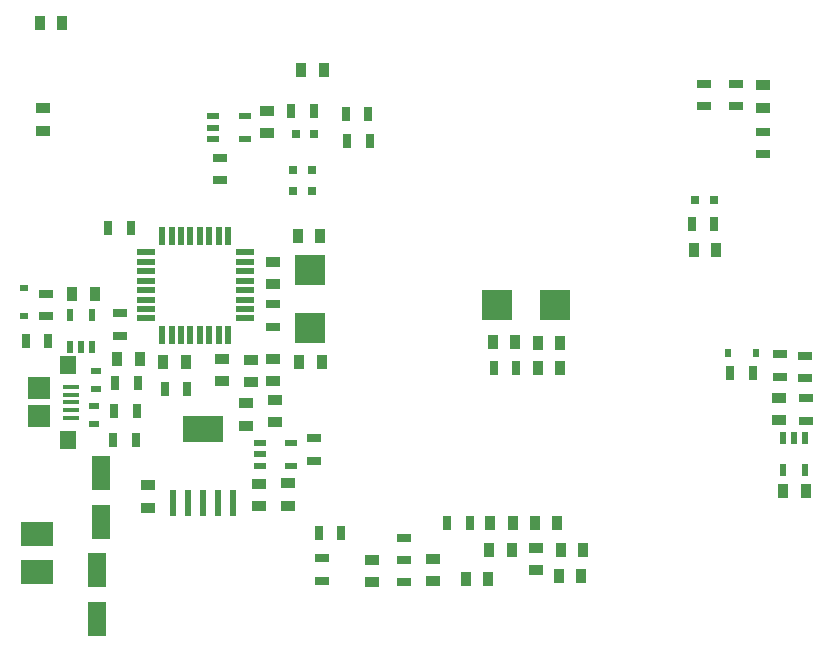
<source format=gtp>
G04*
G04 #@! TF.GenerationSoftware,Altium Limited,Altium Designer,18.1.9 (240)*
G04*
G04 Layer_Color=8421504*
%FSLAX44Y44*%
%MOMM*%
G71*
G01*
G75*
%ADD14R,1.9000X1.9000*%
%ADD15R,1.4000X1.6000*%
%ADD16R,1.3500X0.4000*%
%ADD17R,1.3000X0.7000*%
%ADD18R,0.7000X1.3000*%
%ADD19R,0.6858X0.5588*%
%ADD20R,0.5588X0.6858*%
%ADD21R,0.8000X0.8000*%
%ADD22R,0.9000X1.3000*%
%ADD23R,1.0000X0.5500*%
%ADD24R,1.3000X0.9000*%
%ADD25R,2.5000X2.6000*%
%ADD26R,0.6000X2.2000*%
%ADD27R,3.5000X2.2000*%
%ADD28R,2.6000X2.5000*%
%ADD29R,0.5500X1.0000*%
%ADD30R,1.6000X3.0000*%
%ADD31R,2.7000X2.0000*%
%ADD32R,1.5000X0.5500*%
%ADD33R,0.5500X1.5000*%
%ADD34R,0.9000X0.6000*%
D14*
X21995Y213000D02*
D03*
Y189000D02*
D03*
D15*
X46495Y169000D02*
D03*
Y233000D02*
D03*
D16*
X48745Y188000D02*
D03*
Y194500D02*
D03*
Y201000D02*
D03*
Y207500D02*
D03*
Y214000D02*
D03*
D17*
X175000Y408000D02*
D03*
Y389000D02*
D03*
X220000Y265000D02*
D03*
Y284000D02*
D03*
X612000Y470500D02*
D03*
Y451500D02*
D03*
X585000D02*
D03*
Y470500D02*
D03*
X635000Y430100D02*
D03*
Y411100D02*
D03*
X255000Y151500D02*
D03*
Y170500D02*
D03*
X648759Y241500D02*
D03*
Y222500D02*
D03*
X331000Y67500D02*
D03*
Y86500D02*
D03*
Y67500D02*
D03*
Y48500D02*
D03*
X90000Y257500D02*
D03*
Y276500D02*
D03*
X671000Y204500D02*
D03*
Y185500D02*
D03*
X28000Y274010D02*
D03*
Y293010D02*
D03*
X670500Y221500D02*
D03*
Y240500D02*
D03*
X261000Y69000D02*
D03*
Y50000D02*
D03*
D18*
X281750Y445250D02*
D03*
X300750D02*
D03*
X301750Y422000D02*
D03*
X282750D02*
D03*
X99500Y349000D02*
D03*
X80500D02*
D03*
X105500Y217000D02*
D03*
X86500D02*
D03*
X85500Y194000D02*
D03*
X104500D02*
D03*
X103500Y169000D02*
D03*
X84500D02*
D03*
X386500Y99000D02*
D03*
X367500D02*
D03*
X235500Y448000D02*
D03*
X254500D02*
D03*
X426000Y230000D02*
D03*
X407000D02*
D03*
X574500Y352000D02*
D03*
X593500D02*
D03*
X29500Y253000D02*
D03*
X10500D02*
D03*
X258500Y90000D02*
D03*
X277500D02*
D03*
X128500Y212000D02*
D03*
X147500D02*
D03*
X607250Y225750D02*
D03*
X626250D02*
D03*
D19*
X9000Y298192D02*
D03*
Y273808D02*
D03*
D20*
X629192Y243000D02*
D03*
X604808D02*
D03*
D21*
X237000Y379500D02*
D03*
X253000D02*
D03*
X239000Y428000D02*
D03*
X255000D02*
D03*
X237000Y397660D02*
D03*
X253000D02*
D03*
X593000Y372000D02*
D03*
X577000D02*
D03*
D22*
X244000Y482000D02*
D03*
X263000D02*
D03*
X22500Y522000D02*
D03*
X41500D02*
D03*
X146000Y235000D02*
D03*
X127000D02*
D03*
X260000Y342000D02*
D03*
X241000D02*
D03*
X261000Y235000D02*
D03*
X242000D02*
D03*
X402000Y51000D02*
D03*
X383000D02*
D03*
X463500Y76000D02*
D03*
X482500D02*
D03*
X463000Y230000D02*
D03*
X444000D02*
D03*
X403000Y76200D02*
D03*
X422000D02*
D03*
X423000Y99000D02*
D03*
X404000D02*
D03*
X441500D02*
D03*
X460500D02*
D03*
X406000Y252000D02*
D03*
X425000D02*
D03*
X463000Y251000D02*
D03*
X444000D02*
D03*
X671000Y125730D02*
D03*
X652000D02*
D03*
X69000Y293000D02*
D03*
X50000D02*
D03*
X107000Y238000D02*
D03*
X88000D02*
D03*
X595000Y329750D02*
D03*
X576000D02*
D03*
X462000Y54000D02*
D03*
X481000D02*
D03*
D23*
X196000Y424000D02*
D03*
Y443000D02*
D03*
X169000Y424000D02*
D03*
Y433500D02*
D03*
Y443000D02*
D03*
X235500Y147500D02*
D03*
Y166500D02*
D03*
X208500Y147500D02*
D03*
Y157000D02*
D03*
Y166500D02*
D03*
D24*
X215000Y448000D02*
D03*
Y429000D02*
D03*
X220000Y238000D02*
D03*
Y219000D02*
D03*
X201160Y237000D02*
D03*
Y218000D02*
D03*
X220000Y301000D02*
D03*
Y320000D02*
D03*
X177000Y238000D02*
D03*
Y219000D02*
D03*
X25000Y450000D02*
D03*
Y431000D02*
D03*
X635000Y450500D02*
D03*
Y469500D02*
D03*
X114000Y130660D02*
D03*
Y111660D02*
D03*
X208000Y132000D02*
D03*
Y113000D02*
D03*
X304000Y67500D02*
D03*
Y48500D02*
D03*
X355000Y68500D02*
D03*
Y49500D02*
D03*
X222000Y203000D02*
D03*
Y184000D02*
D03*
X648000Y186000D02*
D03*
Y205000D02*
D03*
X233000Y132500D02*
D03*
Y113500D02*
D03*
X197000Y181160D02*
D03*
Y200160D02*
D03*
X443000Y59000D02*
D03*
Y78000D02*
D03*
D25*
X409500Y283000D02*
D03*
X458500D02*
D03*
D26*
X135600Y116000D02*
D03*
X148300D02*
D03*
X161000D02*
D03*
X173700D02*
D03*
X186400D02*
D03*
D27*
X161000Y178000D02*
D03*
D28*
X251000Y264000D02*
D03*
Y313000D02*
D03*
D29*
X67000Y275000D02*
D03*
X48000D02*
D03*
X67000Y248000D02*
D03*
X57500D02*
D03*
X48000D02*
D03*
X651500Y143500D02*
D03*
X670500D02*
D03*
X651500Y170500D02*
D03*
X661000D02*
D03*
X670500D02*
D03*
D30*
X74000Y100000D02*
D03*
Y141000D02*
D03*
X71000Y17750D02*
D03*
Y58750D02*
D03*
D31*
X19750Y57500D02*
D03*
Y89500D02*
D03*
D32*
X196000Y272000D02*
D03*
Y280000D02*
D03*
Y288000D02*
D03*
Y296000D02*
D03*
Y304000D02*
D03*
Y312000D02*
D03*
Y320000D02*
D03*
Y328000D02*
D03*
X112000D02*
D03*
Y320000D02*
D03*
Y312000D02*
D03*
Y304000D02*
D03*
Y296000D02*
D03*
Y288000D02*
D03*
Y280000D02*
D03*
Y272000D02*
D03*
D33*
X182000Y342000D02*
D03*
X174000D02*
D03*
X166000D02*
D03*
X158000D02*
D03*
X150000D02*
D03*
X142000D02*
D03*
X134000D02*
D03*
X126000D02*
D03*
Y258000D02*
D03*
X134000D02*
D03*
X142000D02*
D03*
X150000D02*
D03*
X158000D02*
D03*
X166000D02*
D03*
X174000D02*
D03*
X182000D02*
D03*
D34*
X70000Y227500D02*
D03*
Y212500D02*
D03*
X68000Y182500D02*
D03*
Y197500D02*
D03*
M02*

</source>
